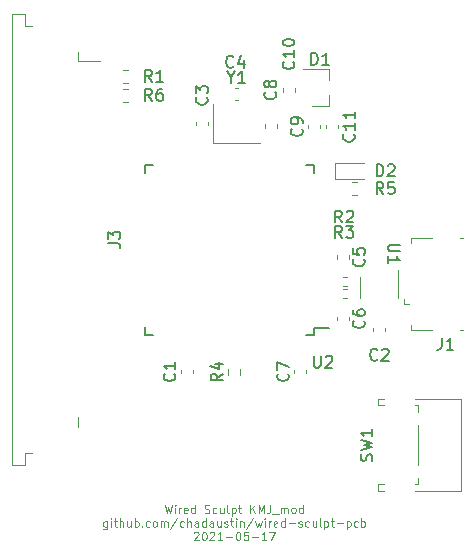
<source format=gto>
G04 #@! TF.GenerationSoftware,KiCad,Pcbnew,(5.1.9)-1*
G04 #@! TF.CreationDate,2021-05-17T03:23:03-07:00*
G04 #@! TF.ProjectId,wired-sculpt,77697265-642d-4736-9375-6c70742e6b69,rev?*
G04 #@! TF.SameCoordinates,Original*
G04 #@! TF.FileFunction,Legend,Top*
G04 #@! TF.FilePolarity,Positive*
%FSLAX46Y46*%
G04 Gerber Fmt 4.6, Leading zero omitted, Abs format (unit mm)*
G04 Created by KiCad (PCBNEW (5.1.9)-1) date 2021-05-17 03:23:03*
%MOMM*%
%LPD*%
G01*
G04 APERTURE LIST*
%ADD10C,0.100000*%
%ADD11C,0.120000*%
%ADD12C,0.150000*%
%ADD13C,2.100000*%
%ADD14C,1.750000*%
%ADD15R,0.900000X0.800000*%
%ADD16C,1.700000*%
%ADD17R,1.400000X1.200000*%
%ADD18R,1.500000X0.550000*%
%ADD19R,0.550000X1.500000*%
%ADD20R,0.650000X1.060000*%
%ADD21R,1.900000X1.500000*%
%ADD22C,1.450000*%
%ADD23R,1.350000X0.400000*%
%ADD24O,1.900000X1.200000*%
%ADD25R,1.900000X1.200000*%
%ADD26R,2.000000X0.610000*%
%ADD27R,3.600000X2.680000*%
%ADD28C,5.800000*%
%ADD29C,2.700000*%
G04 APERTURE END LIST*
D10*
X134733333Y-75966666D02*
X134900000Y-76666666D01*
X135033333Y-76166666D01*
X135166666Y-76666666D01*
X135333333Y-75966666D01*
X135600000Y-76666666D02*
X135600000Y-76200000D01*
X135600000Y-75966666D02*
X135566666Y-76000000D01*
X135600000Y-76033333D01*
X135633333Y-76000000D01*
X135600000Y-75966666D01*
X135600000Y-76033333D01*
X135933333Y-76666666D02*
X135933333Y-76200000D01*
X135933333Y-76333333D02*
X135966666Y-76266666D01*
X136000000Y-76233333D01*
X136066666Y-76200000D01*
X136133333Y-76200000D01*
X136633333Y-76633333D02*
X136566666Y-76666666D01*
X136433333Y-76666666D01*
X136366666Y-76633333D01*
X136333333Y-76566666D01*
X136333333Y-76300000D01*
X136366666Y-76233333D01*
X136433333Y-76200000D01*
X136566666Y-76200000D01*
X136633333Y-76233333D01*
X136666666Y-76300000D01*
X136666666Y-76366666D01*
X136333333Y-76433333D01*
X137266666Y-76666666D02*
X137266666Y-75966666D01*
X137266666Y-76633333D02*
X137200000Y-76666666D01*
X137066666Y-76666666D01*
X137000000Y-76633333D01*
X136966666Y-76600000D01*
X136933333Y-76533333D01*
X136933333Y-76333333D01*
X136966666Y-76266666D01*
X137000000Y-76233333D01*
X137066666Y-76200000D01*
X137200000Y-76200000D01*
X137266666Y-76233333D01*
X138100000Y-76633333D02*
X138200000Y-76666666D01*
X138366666Y-76666666D01*
X138433333Y-76633333D01*
X138466666Y-76600000D01*
X138500000Y-76533333D01*
X138500000Y-76466666D01*
X138466666Y-76400000D01*
X138433333Y-76366666D01*
X138366666Y-76333333D01*
X138233333Y-76300000D01*
X138166666Y-76266666D01*
X138133333Y-76233333D01*
X138100000Y-76166666D01*
X138100000Y-76100000D01*
X138133333Y-76033333D01*
X138166666Y-76000000D01*
X138233333Y-75966666D01*
X138400000Y-75966666D01*
X138500000Y-76000000D01*
X139100000Y-76633333D02*
X139033333Y-76666666D01*
X138900000Y-76666666D01*
X138833333Y-76633333D01*
X138800000Y-76600000D01*
X138766666Y-76533333D01*
X138766666Y-76333333D01*
X138800000Y-76266666D01*
X138833333Y-76233333D01*
X138900000Y-76200000D01*
X139033333Y-76200000D01*
X139100000Y-76233333D01*
X139700000Y-76200000D02*
X139700000Y-76666666D01*
X139400000Y-76200000D02*
X139400000Y-76566666D01*
X139433333Y-76633333D01*
X139500000Y-76666666D01*
X139600000Y-76666666D01*
X139666666Y-76633333D01*
X139700000Y-76600000D01*
X140133333Y-76666666D02*
X140066666Y-76633333D01*
X140033333Y-76566666D01*
X140033333Y-75966666D01*
X140400000Y-76200000D02*
X140400000Y-76900000D01*
X140400000Y-76233333D02*
X140466666Y-76200000D01*
X140600000Y-76200000D01*
X140666666Y-76233333D01*
X140700000Y-76266666D01*
X140733333Y-76333333D01*
X140733333Y-76533333D01*
X140700000Y-76600000D01*
X140666666Y-76633333D01*
X140600000Y-76666666D01*
X140466666Y-76666666D01*
X140400000Y-76633333D01*
X140933333Y-76200000D02*
X141200000Y-76200000D01*
X141033333Y-75966666D02*
X141033333Y-76566666D01*
X141066666Y-76633333D01*
X141133333Y-76666666D01*
X141200000Y-76666666D01*
X141966666Y-76666666D02*
X141966666Y-75966666D01*
X142366666Y-76666666D02*
X142066666Y-76266666D01*
X142366666Y-75966666D02*
X141966666Y-76366666D01*
X142666666Y-76666666D02*
X142666666Y-75966666D01*
X142900000Y-76466666D01*
X143133333Y-75966666D01*
X143133333Y-76666666D01*
X143666666Y-75966666D02*
X143666666Y-76466666D01*
X143633333Y-76566666D01*
X143566666Y-76633333D01*
X143466666Y-76666666D01*
X143400000Y-76666666D01*
X143833333Y-76733333D02*
X144366666Y-76733333D01*
X144533333Y-76666666D02*
X144533333Y-76200000D01*
X144533333Y-76266666D02*
X144566666Y-76233333D01*
X144633333Y-76200000D01*
X144733333Y-76200000D01*
X144800000Y-76233333D01*
X144833333Y-76300000D01*
X144833333Y-76666666D01*
X144833333Y-76300000D02*
X144866666Y-76233333D01*
X144933333Y-76200000D01*
X145033333Y-76200000D01*
X145100000Y-76233333D01*
X145133333Y-76300000D01*
X145133333Y-76666666D01*
X145566666Y-76666666D02*
X145500000Y-76633333D01*
X145466666Y-76600000D01*
X145433333Y-76533333D01*
X145433333Y-76333333D01*
X145466666Y-76266666D01*
X145500000Y-76233333D01*
X145566666Y-76200000D01*
X145666666Y-76200000D01*
X145733333Y-76233333D01*
X145766666Y-76266666D01*
X145800000Y-76333333D01*
X145800000Y-76533333D01*
X145766666Y-76600000D01*
X145733333Y-76633333D01*
X145666666Y-76666666D01*
X145566666Y-76666666D01*
X146400000Y-76666666D02*
X146400000Y-75966666D01*
X146400000Y-76633333D02*
X146333333Y-76666666D01*
X146200000Y-76666666D01*
X146133333Y-76633333D01*
X146100000Y-76600000D01*
X146066666Y-76533333D01*
X146066666Y-76333333D01*
X146100000Y-76266666D01*
X146133333Y-76233333D01*
X146200000Y-76200000D01*
X146333333Y-76200000D01*
X146400000Y-76233333D01*
X129833333Y-77350000D02*
X129833333Y-77916666D01*
X129800000Y-77983333D01*
X129766666Y-78016666D01*
X129700000Y-78050000D01*
X129600000Y-78050000D01*
X129533333Y-78016666D01*
X129833333Y-77783333D02*
X129766666Y-77816666D01*
X129633333Y-77816666D01*
X129566666Y-77783333D01*
X129533333Y-77750000D01*
X129500000Y-77683333D01*
X129500000Y-77483333D01*
X129533333Y-77416666D01*
X129566666Y-77383333D01*
X129633333Y-77350000D01*
X129766666Y-77350000D01*
X129833333Y-77383333D01*
X130166666Y-77816666D02*
X130166666Y-77350000D01*
X130166666Y-77116666D02*
X130133333Y-77150000D01*
X130166666Y-77183333D01*
X130200000Y-77150000D01*
X130166666Y-77116666D01*
X130166666Y-77183333D01*
X130400000Y-77350000D02*
X130666666Y-77350000D01*
X130500000Y-77116666D02*
X130500000Y-77716666D01*
X130533333Y-77783333D01*
X130600000Y-77816666D01*
X130666666Y-77816666D01*
X130900000Y-77816666D02*
X130900000Y-77116666D01*
X131200000Y-77816666D02*
X131200000Y-77450000D01*
X131166666Y-77383333D01*
X131100000Y-77350000D01*
X131000000Y-77350000D01*
X130933333Y-77383333D01*
X130900000Y-77416666D01*
X131833333Y-77350000D02*
X131833333Y-77816666D01*
X131533333Y-77350000D02*
X131533333Y-77716666D01*
X131566666Y-77783333D01*
X131633333Y-77816666D01*
X131733333Y-77816666D01*
X131800000Y-77783333D01*
X131833333Y-77750000D01*
X132166666Y-77816666D02*
X132166666Y-77116666D01*
X132166666Y-77383333D02*
X132233333Y-77350000D01*
X132366666Y-77350000D01*
X132433333Y-77383333D01*
X132466666Y-77416666D01*
X132500000Y-77483333D01*
X132500000Y-77683333D01*
X132466666Y-77750000D01*
X132433333Y-77783333D01*
X132366666Y-77816666D01*
X132233333Y-77816666D01*
X132166666Y-77783333D01*
X132800000Y-77750000D02*
X132833333Y-77783333D01*
X132800000Y-77816666D01*
X132766666Y-77783333D01*
X132800000Y-77750000D01*
X132800000Y-77816666D01*
X133433333Y-77783333D02*
X133366666Y-77816666D01*
X133233333Y-77816666D01*
X133166666Y-77783333D01*
X133133333Y-77750000D01*
X133100000Y-77683333D01*
X133100000Y-77483333D01*
X133133333Y-77416666D01*
X133166666Y-77383333D01*
X133233333Y-77350000D01*
X133366666Y-77350000D01*
X133433333Y-77383333D01*
X133833333Y-77816666D02*
X133766666Y-77783333D01*
X133733333Y-77750000D01*
X133700000Y-77683333D01*
X133700000Y-77483333D01*
X133733333Y-77416666D01*
X133766666Y-77383333D01*
X133833333Y-77350000D01*
X133933333Y-77350000D01*
X134000000Y-77383333D01*
X134033333Y-77416666D01*
X134066666Y-77483333D01*
X134066666Y-77683333D01*
X134033333Y-77750000D01*
X134000000Y-77783333D01*
X133933333Y-77816666D01*
X133833333Y-77816666D01*
X134366666Y-77816666D02*
X134366666Y-77350000D01*
X134366666Y-77416666D02*
X134400000Y-77383333D01*
X134466666Y-77350000D01*
X134566666Y-77350000D01*
X134633333Y-77383333D01*
X134666666Y-77450000D01*
X134666666Y-77816666D01*
X134666666Y-77450000D02*
X134700000Y-77383333D01*
X134766666Y-77350000D01*
X134866666Y-77350000D01*
X134933333Y-77383333D01*
X134966666Y-77450000D01*
X134966666Y-77816666D01*
X135800000Y-77083333D02*
X135200000Y-77983333D01*
X136333333Y-77783333D02*
X136266666Y-77816666D01*
X136133333Y-77816666D01*
X136066666Y-77783333D01*
X136033333Y-77750000D01*
X136000000Y-77683333D01*
X136000000Y-77483333D01*
X136033333Y-77416666D01*
X136066666Y-77383333D01*
X136133333Y-77350000D01*
X136266666Y-77350000D01*
X136333333Y-77383333D01*
X136633333Y-77816666D02*
X136633333Y-77116666D01*
X136933333Y-77816666D02*
X136933333Y-77450000D01*
X136900000Y-77383333D01*
X136833333Y-77350000D01*
X136733333Y-77350000D01*
X136666666Y-77383333D01*
X136633333Y-77416666D01*
X137566666Y-77816666D02*
X137566666Y-77450000D01*
X137533333Y-77383333D01*
X137466666Y-77350000D01*
X137333333Y-77350000D01*
X137266666Y-77383333D01*
X137566666Y-77783333D02*
X137500000Y-77816666D01*
X137333333Y-77816666D01*
X137266666Y-77783333D01*
X137233333Y-77716666D01*
X137233333Y-77650000D01*
X137266666Y-77583333D01*
X137333333Y-77550000D01*
X137500000Y-77550000D01*
X137566666Y-77516666D01*
X138200000Y-77816666D02*
X138200000Y-77116666D01*
X138200000Y-77783333D02*
X138133333Y-77816666D01*
X138000000Y-77816666D01*
X137933333Y-77783333D01*
X137900000Y-77750000D01*
X137866666Y-77683333D01*
X137866666Y-77483333D01*
X137900000Y-77416666D01*
X137933333Y-77383333D01*
X138000000Y-77350000D01*
X138133333Y-77350000D01*
X138200000Y-77383333D01*
X138833333Y-77816666D02*
X138833333Y-77450000D01*
X138800000Y-77383333D01*
X138733333Y-77350000D01*
X138600000Y-77350000D01*
X138533333Y-77383333D01*
X138833333Y-77783333D02*
X138766666Y-77816666D01*
X138600000Y-77816666D01*
X138533333Y-77783333D01*
X138500000Y-77716666D01*
X138500000Y-77650000D01*
X138533333Y-77583333D01*
X138600000Y-77550000D01*
X138766666Y-77550000D01*
X138833333Y-77516666D01*
X139466666Y-77350000D02*
X139466666Y-77816666D01*
X139166666Y-77350000D02*
X139166666Y-77716666D01*
X139200000Y-77783333D01*
X139266666Y-77816666D01*
X139366666Y-77816666D01*
X139433333Y-77783333D01*
X139466666Y-77750000D01*
X139766666Y-77783333D02*
X139833333Y-77816666D01*
X139966666Y-77816666D01*
X140033333Y-77783333D01*
X140066666Y-77716666D01*
X140066666Y-77683333D01*
X140033333Y-77616666D01*
X139966666Y-77583333D01*
X139866666Y-77583333D01*
X139800000Y-77550000D01*
X139766666Y-77483333D01*
X139766666Y-77450000D01*
X139800000Y-77383333D01*
X139866666Y-77350000D01*
X139966666Y-77350000D01*
X140033333Y-77383333D01*
X140266666Y-77350000D02*
X140533333Y-77350000D01*
X140366666Y-77116666D02*
X140366666Y-77716666D01*
X140400000Y-77783333D01*
X140466666Y-77816666D01*
X140533333Y-77816666D01*
X140766666Y-77816666D02*
X140766666Y-77350000D01*
X140766666Y-77116666D02*
X140733333Y-77150000D01*
X140766666Y-77183333D01*
X140800000Y-77150000D01*
X140766666Y-77116666D01*
X140766666Y-77183333D01*
X141100000Y-77350000D02*
X141100000Y-77816666D01*
X141100000Y-77416666D02*
X141133333Y-77383333D01*
X141200000Y-77350000D01*
X141300000Y-77350000D01*
X141366666Y-77383333D01*
X141400000Y-77450000D01*
X141400000Y-77816666D01*
X142233333Y-77083333D02*
X141633333Y-77983333D01*
X142400000Y-77350000D02*
X142533333Y-77816666D01*
X142666666Y-77483333D01*
X142800000Y-77816666D01*
X142933333Y-77350000D01*
X143200000Y-77816666D02*
X143200000Y-77350000D01*
X143200000Y-77116666D02*
X143166666Y-77150000D01*
X143200000Y-77183333D01*
X143233333Y-77150000D01*
X143200000Y-77116666D01*
X143200000Y-77183333D01*
X143533333Y-77816666D02*
X143533333Y-77350000D01*
X143533333Y-77483333D02*
X143566666Y-77416666D01*
X143600000Y-77383333D01*
X143666666Y-77350000D01*
X143733333Y-77350000D01*
X144233333Y-77783333D02*
X144166666Y-77816666D01*
X144033333Y-77816666D01*
X143966666Y-77783333D01*
X143933333Y-77716666D01*
X143933333Y-77450000D01*
X143966666Y-77383333D01*
X144033333Y-77350000D01*
X144166666Y-77350000D01*
X144233333Y-77383333D01*
X144266666Y-77450000D01*
X144266666Y-77516666D01*
X143933333Y-77583333D01*
X144866666Y-77816666D02*
X144866666Y-77116666D01*
X144866666Y-77783333D02*
X144800000Y-77816666D01*
X144666666Y-77816666D01*
X144600000Y-77783333D01*
X144566666Y-77750000D01*
X144533333Y-77683333D01*
X144533333Y-77483333D01*
X144566666Y-77416666D01*
X144600000Y-77383333D01*
X144666666Y-77350000D01*
X144800000Y-77350000D01*
X144866666Y-77383333D01*
X145200000Y-77550000D02*
X145733333Y-77550000D01*
X146033333Y-77783333D02*
X146100000Y-77816666D01*
X146233333Y-77816666D01*
X146300000Y-77783333D01*
X146333333Y-77716666D01*
X146333333Y-77683333D01*
X146300000Y-77616666D01*
X146233333Y-77583333D01*
X146133333Y-77583333D01*
X146066666Y-77550000D01*
X146033333Y-77483333D01*
X146033333Y-77450000D01*
X146066666Y-77383333D01*
X146133333Y-77350000D01*
X146233333Y-77350000D01*
X146300000Y-77383333D01*
X146933333Y-77783333D02*
X146866666Y-77816666D01*
X146733333Y-77816666D01*
X146666666Y-77783333D01*
X146633333Y-77750000D01*
X146600000Y-77683333D01*
X146600000Y-77483333D01*
X146633333Y-77416666D01*
X146666666Y-77383333D01*
X146733333Y-77350000D01*
X146866666Y-77350000D01*
X146933333Y-77383333D01*
X147533333Y-77350000D02*
X147533333Y-77816666D01*
X147233333Y-77350000D02*
X147233333Y-77716666D01*
X147266666Y-77783333D01*
X147333333Y-77816666D01*
X147433333Y-77816666D01*
X147500000Y-77783333D01*
X147533333Y-77750000D01*
X147966666Y-77816666D02*
X147900000Y-77783333D01*
X147866666Y-77716666D01*
X147866666Y-77116666D01*
X148233333Y-77350000D02*
X148233333Y-78050000D01*
X148233333Y-77383333D02*
X148300000Y-77350000D01*
X148433333Y-77350000D01*
X148500000Y-77383333D01*
X148533333Y-77416666D01*
X148566666Y-77483333D01*
X148566666Y-77683333D01*
X148533333Y-77750000D01*
X148500000Y-77783333D01*
X148433333Y-77816666D01*
X148300000Y-77816666D01*
X148233333Y-77783333D01*
X148766666Y-77350000D02*
X149033333Y-77350000D01*
X148866666Y-77116666D02*
X148866666Y-77716666D01*
X148900000Y-77783333D01*
X148966666Y-77816666D01*
X149033333Y-77816666D01*
X149266666Y-77550000D02*
X149800000Y-77550000D01*
X150133333Y-77350000D02*
X150133333Y-78050000D01*
X150133333Y-77383333D02*
X150200000Y-77350000D01*
X150333333Y-77350000D01*
X150400000Y-77383333D01*
X150433333Y-77416666D01*
X150466666Y-77483333D01*
X150466666Y-77683333D01*
X150433333Y-77750000D01*
X150400000Y-77783333D01*
X150333333Y-77816666D01*
X150200000Y-77816666D01*
X150133333Y-77783333D01*
X151066666Y-77783333D02*
X151000000Y-77816666D01*
X150866666Y-77816666D01*
X150800000Y-77783333D01*
X150766666Y-77750000D01*
X150733333Y-77683333D01*
X150733333Y-77483333D01*
X150766666Y-77416666D01*
X150800000Y-77383333D01*
X150866666Y-77350000D01*
X151000000Y-77350000D01*
X151066666Y-77383333D01*
X151366666Y-77816666D02*
X151366666Y-77116666D01*
X151366666Y-77383333D02*
X151433333Y-77350000D01*
X151566666Y-77350000D01*
X151633333Y-77383333D01*
X151666666Y-77416666D01*
X151700000Y-77483333D01*
X151700000Y-77683333D01*
X151666666Y-77750000D01*
X151633333Y-77783333D01*
X151566666Y-77816666D01*
X151433333Y-77816666D01*
X151366666Y-77783333D01*
X137200000Y-78333333D02*
X137233333Y-78300000D01*
X137300000Y-78266666D01*
X137466666Y-78266666D01*
X137533333Y-78300000D01*
X137566666Y-78333333D01*
X137600000Y-78400000D01*
X137600000Y-78466666D01*
X137566666Y-78566666D01*
X137166666Y-78966666D01*
X137600000Y-78966666D01*
X138033333Y-78266666D02*
X138100000Y-78266666D01*
X138166666Y-78300000D01*
X138200000Y-78333333D01*
X138233333Y-78400000D01*
X138266666Y-78533333D01*
X138266666Y-78700000D01*
X138233333Y-78833333D01*
X138200000Y-78900000D01*
X138166666Y-78933333D01*
X138100000Y-78966666D01*
X138033333Y-78966666D01*
X137966666Y-78933333D01*
X137933333Y-78900000D01*
X137900000Y-78833333D01*
X137866666Y-78700000D01*
X137866666Y-78533333D01*
X137900000Y-78400000D01*
X137933333Y-78333333D01*
X137966666Y-78300000D01*
X138033333Y-78266666D01*
X138533333Y-78333333D02*
X138566666Y-78300000D01*
X138633333Y-78266666D01*
X138800000Y-78266666D01*
X138866666Y-78300000D01*
X138900000Y-78333333D01*
X138933333Y-78400000D01*
X138933333Y-78466666D01*
X138900000Y-78566666D01*
X138500000Y-78966666D01*
X138933333Y-78966666D01*
X139600000Y-78966666D02*
X139200000Y-78966666D01*
X139400000Y-78966666D02*
X139400000Y-78266666D01*
X139333333Y-78366666D01*
X139266666Y-78433333D01*
X139200000Y-78466666D01*
X139900000Y-78700000D02*
X140433333Y-78700000D01*
X140900000Y-78266666D02*
X140966666Y-78266666D01*
X141033333Y-78300000D01*
X141066666Y-78333333D01*
X141100000Y-78400000D01*
X141133333Y-78533333D01*
X141133333Y-78700000D01*
X141100000Y-78833333D01*
X141066666Y-78900000D01*
X141033333Y-78933333D01*
X140966666Y-78966666D01*
X140900000Y-78966666D01*
X140833333Y-78933333D01*
X140800000Y-78900000D01*
X140766666Y-78833333D01*
X140733333Y-78700000D01*
X140733333Y-78533333D01*
X140766666Y-78400000D01*
X140800000Y-78333333D01*
X140833333Y-78300000D01*
X140900000Y-78266666D01*
X141766666Y-78266666D02*
X141433333Y-78266666D01*
X141400000Y-78600000D01*
X141433333Y-78566666D01*
X141500000Y-78533333D01*
X141666666Y-78533333D01*
X141733333Y-78566666D01*
X141766666Y-78600000D01*
X141800000Y-78666666D01*
X141800000Y-78833333D01*
X141766666Y-78900000D01*
X141733333Y-78933333D01*
X141666666Y-78966666D01*
X141500000Y-78966666D01*
X141433333Y-78933333D01*
X141400000Y-78900000D01*
X142100000Y-78700000D02*
X142633333Y-78700000D01*
X143333333Y-78966666D02*
X142933333Y-78966666D01*
X143133333Y-78966666D02*
X143133333Y-78266666D01*
X143066666Y-78366666D01*
X143000000Y-78433333D01*
X142933333Y-78466666D01*
X143566666Y-78266666D02*
X144033333Y-78266666D01*
X143733333Y-78966666D01*
D11*
G04 #@! TO.C,SW1*
X156130000Y-67560000D02*
X155900000Y-67560000D01*
X159800000Y-67040000D02*
X159800000Y-74760000D01*
X159800000Y-74760000D02*
X155900000Y-74760000D01*
X152790000Y-67040000D02*
X152790000Y-67560000D01*
X159800000Y-67040000D02*
X155900000Y-67040000D01*
X156130000Y-74240000D02*
X155900000Y-74240000D01*
X153300000Y-67560000D02*
X152790000Y-67560000D01*
X153300000Y-67040000D02*
X152790000Y-67040000D01*
X156130000Y-73700000D02*
X156130000Y-74240000D01*
X153300000Y-74240000D02*
X152790000Y-74240000D01*
X152790000Y-74240000D02*
X152790000Y-74760000D01*
X153300000Y-74760000D02*
X152790000Y-74760000D01*
X156130000Y-67560000D02*
X156130000Y-68100000D01*
X156130000Y-69200000D02*
X156130000Y-72600000D01*
G04 #@! TO.C,D1*
X148610000Y-42230000D02*
X147150000Y-42230000D01*
X148610000Y-39070000D02*
X146450000Y-39070000D01*
X148610000Y-39070000D02*
X148610000Y-40000000D01*
X148610000Y-42230000D02*
X148610000Y-41300000D01*
G04 #@! TO.C,Y1*
X138800000Y-42050000D02*
X138800000Y-45350000D01*
X138800000Y-45350000D02*
X142800000Y-45350000D01*
G04 #@! TO.C,R6*
X131162742Y-40777500D02*
X131637258Y-40777500D01*
X131162742Y-41822500D02*
X131637258Y-41822500D01*
G04 #@! TO.C,R5*
X151037258Y-49722500D02*
X150562742Y-49722500D01*
X151037258Y-48677500D02*
X150562742Y-48677500D01*
G04 #@! TO.C,R3*
X149846359Y-57720000D02*
X150153641Y-57720000D01*
X149846359Y-58480000D02*
X150153641Y-58480000D01*
G04 #@! TO.C,R2*
X149846359Y-56720000D02*
X150153641Y-56720000D01*
X149846359Y-57480000D02*
X150153641Y-57480000D01*
G04 #@! TO.C,R1*
X131162742Y-39177500D02*
X131637258Y-39177500D01*
X131162742Y-40222500D02*
X131637258Y-40222500D01*
G04 #@! TO.C,C11*
X149360000Y-43809420D02*
X149360000Y-44090580D01*
X148340000Y-43809420D02*
X148340000Y-44090580D01*
G04 #@! TO.C,C1*
X137110000Y-64840580D02*
X137110000Y-64559420D01*
X136090000Y-64840580D02*
X136090000Y-64559420D01*
D12*
G04 #@! TO.C,U2*
X147375000Y-61575000D02*
X147375000Y-61000000D01*
X133025000Y-61575000D02*
X133025000Y-60900000D01*
X133025000Y-47225000D02*
X133025000Y-47900000D01*
X147375000Y-47225000D02*
X147375000Y-47900000D01*
X147375000Y-61575000D02*
X146700000Y-61575000D01*
X147375000Y-47225000D02*
X146700000Y-47225000D01*
X133025000Y-47225000D02*
X133700000Y-47225000D01*
X133025000Y-61575000D02*
X133700000Y-61575000D01*
X147375000Y-61000000D02*
X148650000Y-61000000D01*
D11*
G04 #@! TO.C,U1*
X151290000Y-56700000D02*
X151290000Y-58500000D01*
X154510000Y-58500000D02*
X154510000Y-56050000D01*
G04 #@! TO.C,R4*
X141122500Y-64937258D02*
X141122500Y-64462742D01*
X140077500Y-64937258D02*
X140077500Y-64462742D01*
G04 #@! TO.C,J1*
X155537500Y-61175000D02*
X155537500Y-60725000D01*
X157387500Y-61175000D02*
X155537500Y-61175000D01*
X159937500Y-53375000D02*
X159687500Y-53375000D01*
X159937500Y-61175000D02*
X159687500Y-61175000D01*
X157387500Y-53375000D02*
X155537500Y-53375000D01*
X155537500Y-53375000D02*
X155537500Y-53825000D01*
X154987500Y-58975000D02*
X154987500Y-58525000D01*
X154987500Y-58975000D02*
X155437500Y-58975000D01*
G04 #@! TO.C,D2*
X149115000Y-48385000D02*
X151600000Y-48385000D01*
X149115000Y-47015000D02*
X149115000Y-48385000D01*
X151600000Y-47015000D02*
X149115000Y-47015000D01*
G04 #@! TO.C,C3*
X138410000Y-43840580D02*
X138410000Y-43559420D01*
X137390000Y-43840580D02*
X137390000Y-43559420D01*
G04 #@! TO.C,C10*
X145760000Y-40990580D02*
X145760000Y-40709420D01*
X144740000Y-40990580D02*
X144740000Y-40709420D01*
G04 #@! TO.C,C9*
X146840000Y-43809420D02*
X146840000Y-44090580D01*
X147860000Y-43809420D02*
X147860000Y-44090580D01*
G04 #@! TO.C,C8*
X143190000Y-43759420D02*
X143190000Y-44040580D01*
X144210000Y-43759420D02*
X144210000Y-44040580D01*
G04 #@! TO.C,C7*
X146710000Y-64840580D02*
X146710000Y-64559420D01*
X145690000Y-64840580D02*
X145690000Y-64559420D01*
G04 #@! TO.C,C6*
X150310000Y-60340580D02*
X150310000Y-60059420D01*
X149290000Y-60340580D02*
X149290000Y-60059420D01*
G04 #@! TO.C,C5*
X150310000Y-55140580D02*
X150310000Y-54859420D01*
X149290000Y-55140580D02*
X149290000Y-54859420D01*
G04 #@! TO.C,C4*
X140940580Y-40690000D02*
X140659420Y-40690000D01*
X140940580Y-41710000D02*
X140659420Y-41710000D01*
G04 #@! TO.C,C2*
X153410000Y-61240580D02*
X153410000Y-60959420D01*
X152390000Y-61240580D02*
X152390000Y-60959420D01*
G04 #@! TO.C,J3*
X127410000Y-68565000D02*
X127410000Y-69390000D01*
X127410000Y-38435000D02*
X129210000Y-38435000D01*
X127410000Y-37610000D02*
X127410000Y-38435000D01*
X122900000Y-35455000D02*
X123440000Y-35455000D01*
X122900000Y-34430000D02*
X122900000Y-35455000D01*
X121790000Y-34430000D02*
X122900000Y-34430000D01*
X121790000Y-72570000D02*
X121790000Y-34430000D01*
X122900000Y-72570000D02*
X121790000Y-72570000D01*
X122900000Y-71545000D02*
X122900000Y-72570000D01*
X123440000Y-71545000D02*
X122900000Y-71545000D01*
G04 #@! TO.C,SW1*
D12*
X152254761Y-72233333D02*
X152302380Y-72090476D01*
X152302380Y-71852380D01*
X152254761Y-71757142D01*
X152207142Y-71709523D01*
X152111904Y-71661904D01*
X152016666Y-71661904D01*
X151921428Y-71709523D01*
X151873809Y-71757142D01*
X151826190Y-71852380D01*
X151778571Y-72042857D01*
X151730952Y-72138095D01*
X151683333Y-72185714D01*
X151588095Y-72233333D01*
X151492857Y-72233333D01*
X151397619Y-72185714D01*
X151350000Y-72138095D01*
X151302380Y-72042857D01*
X151302380Y-71804761D01*
X151350000Y-71661904D01*
X151302380Y-71328571D02*
X152302380Y-71090476D01*
X151588095Y-70900000D01*
X152302380Y-70709523D01*
X151302380Y-70471428D01*
X152302380Y-69566666D02*
X152302380Y-70138095D01*
X152302380Y-69852380D02*
X151302380Y-69852380D01*
X151445238Y-69947619D01*
X151540476Y-70042857D01*
X151588095Y-70138095D01*
G04 #@! TO.C,D1*
X147111904Y-38702380D02*
X147111904Y-37702380D01*
X147350000Y-37702380D01*
X147492857Y-37750000D01*
X147588095Y-37845238D01*
X147635714Y-37940476D01*
X147683333Y-38130952D01*
X147683333Y-38273809D01*
X147635714Y-38464285D01*
X147588095Y-38559523D01*
X147492857Y-38654761D01*
X147350000Y-38702380D01*
X147111904Y-38702380D01*
X148635714Y-38702380D02*
X148064285Y-38702380D01*
X148350000Y-38702380D02*
X148350000Y-37702380D01*
X148254761Y-37845238D01*
X148159523Y-37940476D01*
X148064285Y-37988095D01*
G04 #@! TO.C,Y1*
X140323809Y-39776190D02*
X140323809Y-40252380D01*
X139990476Y-39252380D02*
X140323809Y-39776190D01*
X140657142Y-39252380D01*
X141514285Y-40252380D02*
X140942857Y-40252380D01*
X141228571Y-40252380D02*
X141228571Y-39252380D01*
X141133333Y-39395238D01*
X141038095Y-39490476D01*
X140942857Y-39538095D01*
G04 #@! TO.C,R6*
X133633333Y-41752380D02*
X133300000Y-41276190D01*
X133061904Y-41752380D02*
X133061904Y-40752380D01*
X133442857Y-40752380D01*
X133538095Y-40800000D01*
X133585714Y-40847619D01*
X133633333Y-40942857D01*
X133633333Y-41085714D01*
X133585714Y-41180952D01*
X133538095Y-41228571D01*
X133442857Y-41276190D01*
X133061904Y-41276190D01*
X134490476Y-40752380D02*
X134300000Y-40752380D01*
X134204761Y-40800000D01*
X134157142Y-40847619D01*
X134061904Y-40990476D01*
X134014285Y-41180952D01*
X134014285Y-41561904D01*
X134061904Y-41657142D01*
X134109523Y-41704761D01*
X134204761Y-41752380D01*
X134395238Y-41752380D01*
X134490476Y-41704761D01*
X134538095Y-41657142D01*
X134585714Y-41561904D01*
X134585714Y-41323809D01*
X134538095Y-41228571D01*
X134490476Y-41180952D01*
X134395238Y-41133333D01*
X134204761Y-41133333D01*
X134109523Y-41180952D01*
X134061904Y-41228571D01*
X134014285Y-41323809D01*
G04 #@! TO.C,R5*
X153233333Y-49652380D02*
X152900000Y-49176190D01*
X152661904Y-49652380D02*
X152661904Y-48652380D01*
X153042857Y-48652380D01*
X153138095Y-48700000D01*
X153185714Y-48747619D01*
X153233333Y-48842857D01*
X153233333Y-48985714D01*
X153185714Y-49080952D01*
X153138095Y-49128571D01*
X153042857Y-49176190D01*
X152661904Y-49176190D01*
X154138095Y-48652380D02*
X153661904Y-48652380D01*
X153614285Y-49128571D01*
X153661904Y-49080952D01*
X153757142Y-49033333D01*
X153995238Y-49033333D01*
X154090476Y-49080952D01*
X154138095Y-49128571D01*
X154185714Y-49223809D01*
X154185714Y-49461904D01*
X154138095Y-49557142D01*
X154090476Y-49604761D01*
X153995238Y-49652380D01*
X153757142Y-49652380D01*
X153661904Y-49604761D01*
X153614285Y-49557142D01*
G04 #@! TO.C,R3*
X149733333Y-53352380D02*
X149400000Y-52876190D01*
X149161904Y-53352380D02*
X149161904Y-52352380D01*
X149542857Y-52352380D01*
X149638095Y-52400000D01*
X149685714Y-52447619D01*
X149733333Y-52542857D01*
X149733333Y-52685714D01*
X149685714Y-52780952D01*
X149638095Y-52828571D01*
X149542857Y-52876190D01*
X149161904Y-52876190D01*
X150066666Y-52352380D02*
X150685714Y-52352380D01*
X150352380Y-52733333D01*
X150495238Y-52733333D01*
X150590476Y-52780952D01*
X150638095Y-52828571D01*
X150685714Y-52923809D01*
X150685714Y-53161904D01*
X150638095Y-53257142D01*
X150590476Y-53304761D01*
X150495238Y-53352380D01*
X150209523Y-53352380D01*
X150114285Y-53304761D01*
X150066666Y-53257142D01*
G04 #@! TO.C,R2*
X149733333Y-52052380D02*
X149400000Y-51576190D01*
X149161904Y-52052380D02*
X149161904Y-51052380D01*
X149542857Y-51052380D01*
X149638095Y-51100000D01*
X149685714Y-51147619D01*
X149733333Y-51242857D01*
X149733333Y-51385714D01*
X149685714Y-51480952D01*
X149638095Y-51528571D01*
X149542857Y-51576190D01*
X149161904Y-51576190D01*
X150114285Y-51147619D02*
X150161904Y-51100000D01*
X150257142Y-51052380D01*
X150495238Y-51052380D01*
X150590476Y-51100000D01*
X150638095Y-51147619D01*
X150685714Y-51242857D01*
X150685714Y-51338095D01*
X150638095Y-51480952D01*
X150066666Y-52052380D01*
X150685714Y-52052380D01*
G04 #@! TO.C,R1*
X133633333Y-40152380D02*
X133300000Y-39676190D01*
X133061904Y-40152380D02*
X133061904Y-39152380D01*
X133442857Y-39152380D01*
X133538095Y-39200000D01*
X133585714Y-39247619D01*
X133633333Y-39342857D01*
X133633333Y-39485714D01*
X133585714Y-39580952D01*
X133538095Y-39628571D01*
X133442857Y-39676190D01*
X133061904Y-39676190D01*
X134585714Y-40152380D02*
X134014285Y-40152380D01*
X134300000Y-40152380D02*
X134300000Y-39152380D01*
X134204761Y-39295238D01*
X134109523Y-39390476D01*
X134014285Y-39438095D01*
G04 #@! TO.C,C11*
X150707142Y-44592857D02*
X150754761Y-44640476D01*
X150802380Y-44783333D01*
X150802380Y-44878571D01*
X150754761Y-45021428D01*
X150659523Y-45116666D01*
X150564285Y-45164285D01*
X150373809Y-45211904D01*
X150230952Y-45211904D01*
X150040476Y-45164285D01*
X149945238Y-45116666D01*
X149850000Y-45021428D01*
X149802380Y-44878571D01*
X149802380Y-44783333D01*
X149850000Y-44640476D01*
X149897619Y-44592857D01*
X150802380Y-43640476D02*
X150802380Y-44211904D01*
X150802380Y-43926190D02*
X149802380Y-43926190D01*
X149945238Y-44021428D01*
X150040476Y-44116666D01*
X150088095Y-44211904D01*
X150802380Y-42688095D02*
X150802380Y-43259523D01*
X150802380Y-42973809D02*
X149802380Y-42973809D01*
X149945238Y-43069047D01*
X150040476Y-43164285D01*
X150088095Y-43259523D01*
G04 #@! TO.C,C1*
X135527142Y-64866666D02*
X135574761Y-64914285D01*
X135622380Y-65057142D01*
X135622380Y-65152380D01*
X135574761Y-65295238D01*
X135479523Y-65390476D01*
X135384285Y-65438095D01*
X135193809Y-65485714D01*
X135050952Y-65485714D01*
X134860476Y-65438095D01*
X134765238Y-65390476D01*
X134670000Y-65295238D01*
X134622380Y-65152380D01*
X134622380Y-65057142D01*
X134670000Y-64914285D01*
X134717619Y-64866666D01*
X135622380Y-63914285D02*
X135622380Y-64485714D01*
X135622380Y-64200000D02*
X134622380Y-64200000D01*
X134765238Y-64295238D01*
X134860476Y-64390476D01*
X134908095Y-64485714D01*
G04 #@! TO.C,U2*
X147338095Y-63352380D02*
X147338095Y-64161904D01*
X147385714Y-64257142D01*
X147433333Y-64304761D01*
X147528571Y-64352380D01*
X147719047Y-64352380D01*
X147814285Y-64304761D01*
X147861904Y-64257142D01*
X147909523Y-64161904D01*
X147909523Y-63352380D01*
X148338095Y-63447619D02*
X148385714Y-63400000D01*
X148480952Y-63352380D01*
X148719047Y-63352380D01*
X148814285Y-63400000D01*
X148861904Y-63447619D01*
X148909523Y-63542857D01*
X148909523Y-63638095D01*
X148861904Y-63780952D01*
X148290476Y-64352380D01*
X148909523Y-64352380D01*
G04 #@! TO.C,U1*
X154647619Y-53938095D02*
X153838095Y-53938095D01*
X153742857Y-53985714D01*
X153695238Y-54033333D01*
X153647619Y-54128571D01*
X153647619Y-54319047D01*
X153695238Y-54414285D01*
X153742857Y-54461904D01*
X153838095Y-54509523D01*
X154647619Y-54509523D01*
X153647619Y-55509523D02*
X153647619Y-54938095D01*
X153647619Y-55223809D02*
X154647619Y-55223809D01*
X154504761Y-55128571D01*
X154409523Y-55033333D01*
X154361904Y-54938095D01*
G04 #@! TO.C,R4*
X139622380Y-64866666D02*
X139146190Y-65200000D01*
X139622380Y-65438095D02*
X138622380Y-65438095D01*
X138622380Y-65057142D01*
X138670000Y-64961904D01*
X138717619Y-64914285D01*
X138812857Y-64866666D01*
X138955714Y-64866666D01*
X139050952Y-64914285D01*
X139098571Y-64961904D01*
X139146190Y-65057142D01*
X139146190Y-65438095D01*
X138955714Y-64009523D02*
X139622380Y-64009523D01*
X138574761Y-64247619D02*
X139289047Y-64485714D01*
X139289047Y-63866666D01*
G04 #@! TO.C,J1*
X158166666Y-61847380D02*
X158166666Y-62561666D01*
X158119047Y-62704523D01*
X158023809Y-62799761D01*
X157880952Y-62847380D01*
X157785714Y-62847380D01*
X159166666Y-62847380D02*
X158595238Y-62847380D01*
X158880952Y-62847380D02*
X158880952Y-61847380D01*
X158785714Y-61990238D01*
X158690476Y-62085476D01*
X158595238Y-62133095D01*
G04 #@! TO.C,D2*
X152661904Y-48152380D02*
X152661904Y-47152380D01*
X152900000Y-47152380D01*
X153042857Y-47200000D01*
X153138095Y-47295238D01*
X153185714Y-47390476D01*
X153233333Y-47580952D01*
X153233333Y-47723809D01*
X153185714Y-47914285D01*
X153138095Y-48009523D01*
X153042857Y-48104761D01*
X152900000Y-48152380D01*
X152661904Y-48152380D01*
X153614285Y-47247619D02*
X153661904Y-47200000D01*
X153757142Y-47152380D01*
X153995238Y-47152380D01*
X154090476Y-47200000D01*
X154138095Y-47247619D01*
X154185714Y-47342857D01*
X154185714Y-47438095D01*
X154138095Y-47580952D01*
X153566666Y-48152380D01*
X154185714Y-48152380D01*
G04 #@! TO.C,C3*
X138257142Y-41466666D02*
X138304761Y-41514285D01*
X138352380Y-41657142D01*
X138352380Y-41752380D01*
X138304761Y-41895238D01*
X138209523Y-41990476D01*
X138114285Y-42038095D01*
X137923809Y-42085714D01*
X137780952Y-42085714D01*
X137590476Y-42038095D01*
X137495238Y-41990476D01*
X137400000Y-41895238D01*
X137352380Y-41752380D01*
X137352380Y-41657142D01*
X137400000Y-41514285D01*
X137447619Y-41466666D01*
X137352380Y-41133333D02*
X137352380Y-40514285D01*
X137733333Y-40847619D01*
X137733333Y-40704761D01*
X137780952Y-40609523D01*
X137828571Y-40561904D01*
X137923809Y-40514285D01*
X138161904Y-40514285D01*
X138257142Y-40561904D01*
X138304761Y-40609523D01*
X138352380Y-40704761D01*
X138352380Y-40990476D01*
X138304761Y-41085714D01*
X138257142Y-41133333D01*
G04 #@! TO.C,C10*
X145607142Y-38442857D02*
X145654761Y-38490476D01*
X145702380Y-38633333D01*
X145702380Y-38728571D01*
X145654761Y-38871428D01*
X145559523Y-38966666D01*
X145464285Y-39014285D01*
X145273809Y-39061904D01*
X145130952Y-39061904D01*
X144940476Y-39014285D01*
X144845238Y-38966666D01*
X144750000Y-38871428D01*
X144702380Y-38728571D01*
X144702380Y-38633333D01*
X144750000Y-38490476D01*
X144797619Y-38442857D01*
X145702380Y-37490476D02*
X145702380Y-38061904D01*
X145702380Y-37776190D02*
X144702380Y-37776190D01*
X144845238Y-37871428D01*
X144940476Y-37966666D01*
X144988095Y-38061904D01*
X144702380Y-36871428D02*
X144702380Y-36776190D01*
X144750000Y-36680952D01*
X144797619Y-36633333D01*
X144892857Y-36585714D01*
X145083333Y-36538095D01*
X145321428Y-36538095D01*
X145511904Y-36585714D01*
X145607142Y-36633333D01*
X145654761Y-36680952D01*
X145702380Y-36776190D01*
X145702380Y-36871428D01*
X145654761Y-36966666D01*
X145607142Y-37014285D01*
X145511904Y-37061904D01*
X145321428Y-37109523D01*
X145083333Y-37109523D01*
X144892857Y-37061904D01*
X144797619Y-37014285D01*
X144750000Y-36966666D01*
X144702380Y-36871428D01*
G04 #@! TO.C,C9*
X146307142Y-44116666D02*
X146354761Y-44164285D01*
X146402380Y-44307142D01*
X146402380Y-44402380D01*
X146354761Y-44545238D01*
X146259523Y-44640476D01*
X146164285Y-44688095D01*
X145973809Y-44735714D01*
X145830952Y-44735714D01*
X145640476Y-44688095D01*
X145545238Y-44640476D01*
X145450000Y-44545238D01*
X145402380Y-44402380D01*
X145402380Y-44307142D01*
X145450000Y-44164285D01*
X145497619Y-44116666D01*
X146402380Y-43640476D02*
X146402380Y-43450000D01*
X146354761Y-43354761D01*
X146307142Y-43307142D01*
X146164285Y-43211904D01*
X145973809Y-43164285D01*
X145592857Y-43164285D01*
X145497619Y-43211904D01*
X145450000Y-43259523D01*
X145402380Y-43354761D01*
X145402380Y-43545238D01*
X145450000Y-43640476D01*
X145497619Y-43688095D01*
X145592857Y-43735714D01*
X145830952Y-43735714D01*
X145926190Y-43688095D01*
X145973809Y-43640476D01*
X146021428Y-43545238D01*
X146021428Y-43354761D01*
X145973809Y-43259523D01*
X145926190Y-43211904D01*
X145830952Y-43164285D01*
G04 #@! TO.C,C8*
X144057142Y-41016666D02*
X144104761Y-41064285D01*
X144152380Y-41207142D01*
X144152380Y-41302380D01*
X144104761Y-41445238D01*
X144009523Y-41540476D01*
X143914285Y-41588095D01*
X143723809Y-41635714D01*
X143580952Y-41635714D01*
X143390476Y-41588095D01*
X143295238Y-41540476D01*
X143200000Y-41445238D01*
X143152380Y-41302380D01*
X143152380Y-41207142D01*
X143200000Y-41064285D01*
X143247619Y-41016666D01*
X143580952Y-40445238D02*
X143533333Y-40540476D01*
X143485714Y-40588095D01*
X143390476Y-40635714D01*
X143342857Y-40635714D01*
X143247619Y-40588095D01*
X143200000Y-40540476D01*
X143152380Y-40445238D01*
X143152380Y-40254761D01*
X143200000Y-40159523D01*
X143247619Y-40111904D01*
X143342857Y-40064285D01*
X143390476Y-40064285D01*
X143485714Y-40111904D01*
X143533333Y-40159523D01*
X143580952Y-40254761D01*
X143580952Y-40445238D01*
X143628571Y-40540476D01*
X143676190Y-40588095D01*
X143771428Y-40635714D01*
X143961904Y-40635714D01*
X144057142Y-40588095D01*
X144104761Y-40540476D01*
X144152380Y-40445238D01*
X144152380Y-40254761D01*
X144104761Y-40159523D01*
X144057142Y-40111904D01*
X143961904Y-40064285D01*
X143771428Y-40064285D01*
X143676190Y-40111904D01*
X143628571Y-40159523D01*
X143580952Y-40254761D01*
G04 #@! TO.C,C7*
X145127142Y-64866666D02*
X145174761Y-64914285D01*
X145222380Y-65057142D01*
X145222380Y-65152380D01*
X145174761Y-65295238D01*
X145079523Y-65390476D01*
X144984285Y-65438095D01*
X144793809Y-65485714D01*
X144650952Y-65485714D01*
X144460476Y-65438095D01*
X144365238Y-65390476D01*
X144270000Y-65295238D01*
X144222380Y-65152380D01*
X144222380Y-65057142D01*
X144270000Y-64914285D01*
X144317619Y-64866666D01*
X144222380Y-64533333D02*
X144222380Y-63866666D01*
X145222380Y-64295238D01*
G04 #@! TO.C,C6*
X151557142Y-60366666D02*
X151604761Y-60414285D01*
X151652380Y-60557142D01*
X151652380Y-60652380D01*
X151604761Y-60795238D01*
X151509523Y-60890476D01*
X151414285Y-60938095D01*
X151223809Y-60985714D01*
X151080952Y-60985714D01*
X150890476Y-60938095D01*
X150795238Y-60890476D01*
X150700000Y-60795238D01*
X150652380Y-60652380D01*
X150652380Y-60557142D01*
X150700000Y-60414285D01*
X150747619Y-60366666D01*
X150652380Y-59509523D02*
X150652380Y-59700000D01*
X150700000Y-59795238D01*
X150747619Y-59842857D01*
X150890476Y-59938095D01*
X151080952Y-59985714D01*
X151461904Y-59985714D01*
X151557142Y-59938095D01*
X151604761Y-59890476D01*
X151652380Y-59795238D01*
X151652380Y-59604761D01*
X151604761Y-59509523D01*
X151557142Y-59461904D01*
X151461904Y-59414285D01*
X151223809Y-59414285D01*
X151128571Y-59461904D01*
X151080952Y-59509523D01*
X151033333Y-59604761D01*
X151033333Y-59795238D01*
X151080952Y-59890476D01*
X151128571Y-59938095D01*
X151223809Y-59985714D01*
G04 #@! TO.C,C5*
X151557142Y-55166666D02*
X151604761Y-55214285D01*
X151652380Y-55357142D01*
X151652380Y-55452380D01*
X151604761Y-55595238D01*
X151509523Y-55690476D01*
X151414285Y-55738095D01*
X151223809Y-55785714D01*
X151080952Y-55785714D01*
X150890476Y-55738095D01*
X150795238Y-55690476D01*
X150700000Y-55595238D01*
X150652380Y-55452380D01*
X150652380Y-55357142D01*
X150700000Y-55214285D01*
X150747619Y-55166666D01*
X150652380Y-54261904D02*
X150652380Y-54738095D01*
X151128571Y-54785714D01*
X151080952Y-54738095D01*
X151033333Y-54642857D01*
X151033333Y-54404761D01*
X151080952Y-54309523D01*
X151128571Y-54261904D01*
X151223809Y-54214285D01*
X151461904Y-54214285D01*
X151557142Y-54261904D01*
X151604761Y-54309523D01*
X151652380Y-54404761D01*
X151652380Y-54642857D01*
X151604761Y-54738095D01*
X151557142Y-54785714D01*
G04 #@! TO.C,C4*
X140533333Y-38857142D02*
X140485714Y-38904761D01*
X140342857Y-38952380D01*
X140247619Y-38952380D01*
X140104761Y-38904761D01*
X140009523Y-38809523D01*
X139961904Y-38714285D01*
X139914285Y-38523809D01*
X139914285Y-38380952D01*
X139961904Y-38190476D01*
X140009523Y-38095238D01*
X140104761Y-38000000D01*
X140247619Y-37952380D01*
X140342857Y-37952380D01*
X140485714Y-38000000D01*
X140533333Y-38047619D01*
X141390476Y-38285714D02*
X141390476Y-38952380D01*
X141152380Y-37904761D02*
X140914285Y-38619047D01*
X141533333Y-38619047D01*
G04 #@! TO.C,C2*
X152733333Y-63657142D02*
X152685714Y-63704761D01*
X152542857Y-63752380D01*
X152447619Y-63752380D01*
X152304761Y-63704761D01*
X152209523Y-63609523D01*
X152161904Y-63514285D01*
X152114285Y-63323809D01*
X152114285Y-63180952D01*
X152161904Y-62990476D01*
X152209523Y-62895238D01*
X152304761Y-62800000D01*
X152447619Y-62752380D01*
X152542857Y-62752380D01*
X152685714Y-62800000D01*
X152733333Y-62847619D01*
X153114285Y-62847619D02*
X153161904Y-62800000D01*
X153257142Y-62752380D01*
X153495238Y-62752380D01*
X153590476Y-62800000D01*
X153638095Y-62847619D01*
X153685714Y-62942857D01*
X153685714Y-63038095D01*
X153638095Y-63180952D01*
X153066666Y-63752380D01*
X153685714Y-63752380D01*
G04 #@! TO.C,J3*
X129952380Y-53833333D02*
X130666666Y-53833333D01*
X130809523Y-53880952D01*
X130904761Y-53976190D01*
X130952380Y-54119047D01*
X130952380Y-54214285D01*
X129952380Y-53452380D02*
X129952380Y-52833333D01*
X130333333Y-53166666D01*
X130333333Y-53023809D01*
X130380952Y-52928571D01*
X130428571Y-52880952D01*
X130523809Y-52833333D01*
X130761904Y-52833333D01*
X130857142Y-52880952D01*
X130904761Y-52928571D01*
X130952380Y-53023809D01*
X130952380Y-53309523D01*
X130904761Y-53404761D01*
X130857142Y-53452380D01*
G04 #@! TD*
%LPC*%
D13*
G04 #@! TO.C,SW1*
X154600000Y-67400000D03*
D14*
X157100000Y-68400000D03*
X157100000Y-73400000D03*
D13*
X154600000Y-74400000D03*
G04 #@! TD*
D15*
G04 #@! TO.C,D1*
X148850000Y-40650000D03*
X146850000Y-41600000D03*
X146850000Y-39700000D03*
G04 #@! TD*
D16*
G04 #@! TO.C,J2*
X156240000Y-39720000D03*
X156240000Y-42260000D03*
X156240000Y-44800000D03*
X153700000Y-39720000D03*
X153700000Y-42260000D03*
G36*
G01*
X152850000Y-45400000D02*
X152850000Y-44200000D01*
G75*
G02*
X153100000Y-43950000I250000J0D01*
G01*
X154300000Y-43950000D01*
G75*
G02*
X154550000Y-44200000I0J-250000D01*
G01*
X154550000Y-45400000D01*
G75*
G02*
X154300000Y-45650000I-250000J0D01*
G01*
X153100000Y-45650000D01*
G75*
G02*
X152850000Y-45400000I0J250000D01*
G01*
G37*
G04 #@! TD*
D17*
G04 #@! TO.C,Y1*
X139700000Y-42850000D03*
X141900000Y-42850000D03*
X141900000Y-44550000D03*
X139700000Y-44550000D03*
G04 #@! TD*
G04 #@! TO.C,R6*
G36*
G01*
X131825000Y-41575000D02*
X131825000Y-41025000D01*
G75*
G02*
X132025000Y-40825000I200000J0D01*
G01*
X132425000Y-40825000D01*
G75*
G02*
X132625000Y-41025000I0J-200000D01*
G01*
X132625000Y-41575000D01*
G75*
G02*
X132425000Y-41775000I-200000J0D01*
G01*
X132025000Y-41775000D01*
G75*
G02*
X131825000Y-41575000I0J200000D01*
G01*
G37*
G36*
G01*
X130175000Y-41575000D02*
X130175000Y-41025000D01*
G75*
G02*
X130375000Y-40825000I200000J0D01*
G01*
X130775000Y-40825000D01*
G75*
G02*
X130975000Y-41025000I0J-200000D01*
G01*
X130975000Y-41575000D01*
G75*
G02*
X130775000Y-41775000I-200000J0D01*
G01*
X130375000Y-41775000D01*
G75*
G02*
X130175000Y-41575000I0J200000D01*
G01*
G37*
G04 #@! TD*
G04 #@! TO.C,R5*
G36*
G01*
X150375000Y-48925000D02*
X150375000Y-49475000D01*
G75*
G02*
X150175000Y-49675000I-200000J0D01*
G01*
X149775000Y-49675000D01*
G75*
G02*
X149575000Y-49475000I0J200000D01*
G01*
X149575000Y-48925000D01*
G75*
G02*
X149775000Y-48725000I200000J0D01*
G01*
X150175000Y-48725000D01*
G75*
G02*
X150375000Y-48925000I0J-200000D01*
G01*
G37*
G36*
G01*
X152025000Y-48925000D02*
X152025000Y-49475000D01*
G75*
G02*
X151825000Y-49675000I-200000J0D01*
G01*
X151425000Y-49675000D01*
G75*
G02*
X151225000Y-49475000I0J200000D01*
G01*
X151225000Y-48925000D01*
G75*
G02*
X151425000Y-48725000I200000J0D01*
G01*
X151825000Y-48725000D01*
G75*
G02*
X152025000Y-48925000I0J-200000D01*
G01*
G37*
G04 #@! TD*
G04 #@! TO.C,R3*
G36*
G01*
X150240000Y-58285000D02*
X150240000Y-57915000D01*
G75*
G02*
X150375000Y-57780000I135000J0D01*
G01*
X150645000Y-57780000D01*
G75*
G02*
X150780000Y-57915000I0J-135000D01*
G01*
X150780000Y-58285000D01*
G75*
G02*
X150645000Y-58420000I-135000J0D01*
G01*
X150375000Y-58420000D01*
G75*
G02*
X150240000Y-58285000I0J135000D01*
G01*
G37*
G36*
G01*
X149220000Y-58285000D02*
X149220000Y-57915000D01*
G75*
G02*
X149355000Y-57780000I135000J0D01*
G01*
X149625000Y-57780000D01*
G75*
G02*
X149760000Y-57915000I0J-135000D01*
G01*
X149760000Y-58285000D01*
G75*
G02*
X149625000Y-58420000I-135000J0D01*
G01*
X149355000Y-58420000D01*
G75*
G02*
X149220000Y-58285000I0J135000D01*
G01*
G37*
G04 #@! TD*
G04 #@! TO.C,R2*
G36*
G01*
X150240000Y-57285000D02*
X150240000Y-56915000D01*
G75*
G02*
X150375000Y-56780000I135000J0D01*
G01*
X150645000Y-56780000D01*
G75*
G02*
X150780000Y-56915000I0J-135000D01*
G01*
X150780000Y-57285000D01*
G75*
G02*
X150645000Y-57420000I-135000J0D01*
G01*
X150375000Y-57420000D01*
G75*
G02*
X150240000Y-57285000I0J135000D01*
G01*
G37*
G36*
G01*
X149220000Y-57285000D02*
X149220000Y-56915000D01*
G75*
G02*
X149355000Y-56780000I135000J0D01*
G01*
X149625000Y-56780000D01*
G75*
G02*
X149760000Y-56915000I0J-135000D01*
G01*
X149760000Y-57285000D01*
G75*
G02*
X149625000Y-57420000I-135000J0D01*
G01*
X149355000Y-57420000D01*
G75*
G02*
X149220000Y-57285000I0J135000D01*
G01*
G37*
G04 #@! TD*
G04 #@! TO.C,R1*
G36*
G01*
X131825000Y-39975000D02*
X131825000Y-39425000D01*
G75*
G02*
X132025000Y-39225000I200000J0D01*
G01*
X132425000Y-39225000D01*
G75*
G02*
X132625000Y-39425000I0J-200000D01*
G01*
X132625000Y-39975000D01*
G75*
G02*
X132425000Y-40175000I-200000J0D01*
G01*
X132025000Y-40175000D01*
G75*
G02*
X131825000Y-39975000I0J200000D01*
G01*
G37*
G36*
G01*
X130175000Y-39975000D02*
X130175000Y-39425000D01*
G75*
G02*
X130375000Y-39225000I200000J0D01*
G01*
X130775000Y-39225000D01*
G75*
G02*
X130975000Y-39425000I0J-200000D01*
G01*
X130975000Y-39975000D01*
G75*
G02*
X130775000Y-40175000I-200000J0D01*
G01*
X130375000Y-40175000D01*
G75*
G02*
X130175000Y-39975000I0J200000D01*
G01*
G37*
G04 #@! TD*
G04 #@! TO.C,C11*
G36*
G01*
X148600000Y-44275000D02*
X149100000Y-44275000D01*
G75*
G02*
X149325000Y-44500000I0J-225000D01*
G01*
X149325000Y-44950000D01*
G75*
G02*
X149100000Y-45175000I-225000J0D01*
G01*
X148600000Y-45175000D01*
G75*
G02*
X148375000Y-44950000I0J225000D01*
G01*
X148375000Y-44500000D01*
G75*
G02*
X148600000Y-44275000I225000J0D01*
G01*
G37*
G36*
G01*
X148600000Y-42725000D02*
X149100000Y-42725000D01*
G75*
G02*
X149325000Y-42950000I0J-225000D01*
G01*
X149325000Y-43400000D01*
G75*
G02*
X149100000Y-43625000I-225000J0D01*
G01*
X148600000Y-43625000D01*
G75*
G02*
X148375000Y-43400000I0J225000D01*
G01*
X148375000Y-42950000D01*
G75*
G02*
X148600000Y-42725000I225000J0D01*
G01*
G37*
G04 #@! TD*
G04 #@! TO.C,C1*
G36*
G01*
X136850000Y-64375000D02*
X136350000Y-64375000D01*
G75*
G02*
X136125000Y-64150000I0J225000D01*
G01*
X136125000Y-63700000D01*
G75*
G02*
X136350000Y-63475000I225000J0D01*
G01*
X136850000Y-63475000D01*
G75*
G02*
X137075000Y-63700000I0J-225000D01*
G01*
X137075000Y-64150000D01*
G75*
G02*
X136850000Y-64375000I-225000J0D01*
G01*
G37*
G36*
G01*
X136850000Y-65925000D02*
X136350000Y-65925000D01*
G75*
G02*
X136125000Y-65700000I0J225000D01*
G01*
X136125000Y-65250000D01*
G75*
G02*
X136350000Y-65025000I225000J0D01*
G01*
X136850000Y-65025000D01*
G75*
G02*
X137075000Y-65250000I0J-225000D01*
G01*
X137075000Y-65700000D01*
G75*
G02*
X136850000Y-65925000I-225000J0D01*
G01*
G37*
G04 #@! TD*
D18*
G04 #@! TO.C,U2*
X147900000Y-60400000D03*
X147900000Y-59600000D03*
X147900000Y-58800000D03*
X147900000Y-58000000D03*
X147900000Y-57200000D03*
X147900000Y-56400000D03*
X147900000Y-55600000D03*
X147900000Y-54800000D03*
X147900000Y-54000000D03*
X147900000Y-53200000D03*
X147900000Y-52400000D03*
X147900000Y-51600000D03*
X147900000Y-50800000D03*
X147900000Y-50000000D03*
X147900000Y-49200000D03*
X147900000Y-48400000D03*
D19*
X146200000Y-46700000D03*
X145400000Y-46700000D03*
X144600000Y-46700000D03*
X143800000Y-46700000D03*
X143000000Y-46700000D03*
X142200000Y-46700000D03*
X141400000Y-46700000D03*
X140600000Y-46700000D03*
X139800000Y-46700000D03*
X139000000Y-46700000D03*
X138200000Y-46700000D03*
X137400000Y-46700000D03*
X136600000Y-46700000D03*
X135800000Y-46700000D03*
X135000000Y-46700000D03*
X134200000Y-46700000D03*
D18*
X132500000Y-48400000D03*
X132500000Y-49200000D03*
X132500000Y-50000000D03*
X132500000Y-50800000D03*
X132500000Y-51600000D03*
X132500000Y-52400000D03*
X132500000Y-53200000D03*
X132500000Y-54000000D03*
X132500000Y-54800000D03*
X132500000Y-55600000D03*
X132500000Y-56400000D03*
X132500000Y-57200000D03*
X132500000Y-58000000D03*
X132500000Y-58800000D03*
X132500000Y-59600000D03*
X132500000Y-60400000D03*
D19*
X134200000Y-62100000D03*
X135000000Y-62100000D03*
X135800000Y-62100000D03*
X136600000Y-62100000D03*
X137400000Y-62100000D03*
X138200000Y-62100000D03*
X139000000Y-62100000D03*
X139800000Y-62100000D03*
X140600000Y-62100000D03*
X141400000Y-62100000D03*
X142200000Y-62100000D03*
X143000000Y-62100000D03*
X143800000Y-62100000D03*
X144600000Y-62100000D03*
X145400000Y-62100000D03*
X146200000Y-62100000D03*
G04 #@! TD*
D20*
G04 #@! TO.C,U1*
X153850000Y-56500000D03*
X152900000Y-56500000D03*
X151950000Y-56500000D03*
X151950000Y-58700000D03*
X153850000Y-58700000D03*
X152900000Y-58700000D03*
G04 #@! TD*
G04 #@! TO.C,R4*
G36*
G01*
X140875000Y-64275000D02*
X140325000Y-64275000D01*
G75*
G02*
X140125000Y-64075000I0J200000D01*
G01*
X140125000Y-63675000D01*
G75*
G02*
X140325000Y-63475000I200000J0D01*
G01*
X140875000Y-63475000D01*
G75*
G02*
X141075000Y-63675000I0J-200000D01*
G01*
X141075000Y-64075000D01*
G75*
G02*
X140875000Y-64275000I-200000J0D01*
G01*
G37*
G36*
G01*
X140875000Y-65925000D02*
X140325000Y-65925000D01*
G75*
G02*
X140125000Y-65725000I0J200000D01*
G01*
X140125000Y-65325000D01*
G75*
G02*
X140325000Y-65125000I200000J0D01*
G01*
X140875000Y-65125000D01*
G75*
G02*
X141075000Y-65325000I0J-200000D01*
G01*
X141075000Y-65725000D01*
G75*
G02*
X140875000Y-65925000I-200000J0D01*
G01*
G37*
G04 #@! TD*
D21*
G04 #@! TO.C,J1*
X158537500Y-56275000D03*
D22*
X155837500Y-59775000D03*
D23*
X155837500Y-57925000D03*
X155837500Y-58575000D03*
X155837500Y-55975000D03*
X155837500Y-56625000D03*
X155837500Y-57275000D03*
D22*
X155837500Y-54775000D03*
D21*
X158537500Y-58275000D03*
D24*
X158537500Y-60775000D03*
X158537500Y-53775000D03*
D25*
X158537500Y-54375000D03*
X158537500Y-60175000D03*
G04 #@! TD*
G04 #@! TO.C,D2*
G36*
G01*
X151000000Y-47912500D02*
X151000000Y-47487500D01*
G75*
G02*
X151212500Y-47275000I212500J0D01*
G01*
X152012500Y-47275000D01*
G75*
G02*
X152225000Y-47487500I0J-212500D01*
G01*
X152225000Y-47912500D01*
G75*
G02*
X152012500Y-48125000I-212500J0D01*
G01*
X151212500Y-48125000D01*
G75*
G02*
X151000000Y-47912500I0J212500D01*
G01*
G37*
G36*
G01*
X149375000Y-47912500D02*
X149375000Y-47487500D01*
G75*
G02*
X149587500Y-47275000I212500J0D01*
G01*
X150387500Y-47275000D01*
G75*
G02*
X150600000Y-47487500I0J-212500D01*
G01*
X150600000Y-47912500D01*
G75*
G02*
X150387500Y-48125000I-212500J0D01*
G01*
X149587500Y-48125000D01*
G75*
G02*
X149375000Y-47912500I0J212500D01*
G01*
G37*
G04 #@! TD*
G04 #@! TO.C,C3*
G36*
G01*
X138150000Y-43375000D02*
X137650000Y-43375000D01*
G75*
G02*
X137425000Y-43150000I0J225000D01*
G01*
X137425000Y-42700000D01*
G75*
G02*
X137650000Y-42475000I225000J0D01*
G01*
X138150000Y-42475000D01*
G75*
G02*
X138375000Y-42700000I0J-225000D01*
G01*
X138375000Y-43150000D01*
G75*
G02*
X138150000Y-43375000I-225000J0D01*
G01*
G37*
G36*
G01*
X138150000Y-44925000D02*
X137650000Y-44925000D01*
G75*
G02*
X137425000Y-44700000I0J225000D01*
G01*
X137425000Y-44250000D01*
G75*
G02*
X137650000Y-44025000I225000J0D01*
G01*
X138150000Y-44025000D01*
G75*
G02*
X138375000Y-44250000I0J-225000D01*
G01*
X138375000Y-44700000D01*
G75*
G02*
X138150000Y-44925000I-225000J0D01*
G01*
G37*
G04 #@! TD*
G04 #@! TO.C,C10*
G36*
G01*
X145500000Y-40525000D02*
X145000000Y-40525000D01*
G75*
G02*
X144775000Y-40300000I0J225000D01*
G01*
X144775000Y-39850000D01*
G75*
G02*
X145000000Y-39625000I225000J0D01*
G01*
X145500000Y-39625000D01*
G75*
G02*
X145725000Y-39850000I0J-225000D01*
G01*
X145725000Y-40300000D01*
G75*
G02*
X145500000Y-40525000I-225000J0D01*
G01*
G37*
G36*
G01*
X145500000Y-42075000D02*
X145000000Y-42075000D01*
G75*
G02*
X144775000Y-41850000I0J225000D01*
G01*
X144775000Y-41400000D01*
G75*
G02*
X145000000Y-41175000I225000J0D01*
G01*
X145500000Y-41175000D01*
G75*
G02*
X145725000Y-41400000I0J-225000D01*
G01*
X145725000Y-41850000D01*
G75*
G02*
X145500000Y-42075000I-225000J0D01*
G01*
G37*
G04 #@! TD*
G04 #@! TO.C,C9*
G36*
G01*
X147100000Y-44275000D02*
X147600000Y-44275000D01*
G75*
G02*
X147825000Y-44500000I0J-225000D01*
G01*
X147825000Y-44950000D01*
G75*
G02*
X147600000Y-45175000I-225000J0D01*
G01*
X147100000Y-45175000D01*
G75*
G02*
X146875000Y-44950000I0J225000D01*
G01*
X146875000Y-44500000D01*
G75*
G02*
X147100000Y-44275000I225000J0D01*
G01*
G37*
G36*
G01*
X147100000Y-42725000D02*
X147600000Y-42725000D01*
G75*
G02*
X147825000Y-42950000I0J-225000D01*
G01*
X147825000Y-43400000D01*
G75*
G02*
X147600000Y-43625000I-225000J0D01*
G01*
X147100000Y-43625000D01*
G75*
G02*
X146875000Y-43400000I0J225000D01*
G01*
X146875000Y-42950000D01*
G75*
G02*
X147100000Y-42725000I225000J0D01*
G01*
G37*
G04 #@! TD*
G04 #@! TO.C,C8*
G36*
G01*
X143450000Y-44225000D02*
X143950000Y-44225000D01*
G75*
G02*
X144175000Y-44450000I0J-225000D01*
G01*
X144175000Y-44900000D01*
G75*
G02*
X143950000Y-45125000I-225000J0D01*
G01*
X143450000Y-45125000D01*
G75*
G02*
X143225000Y-44900000I0J225000D01*
G01*
X143225000Y-44450000D01*
G75*
G02*
X143450000Y-44225000I225000J0D01*
G01*
G37*
G36*
G01*
X143450000Y-42675000D02*
X143950000Y-42675000D01*
G75*
G02*
X144175000Y-42900000I0J-225000D01*
G01*
X144175000Y-43350000D01*
G75*
G02*
X143950000Y-43575000I-225000J0D01*
G01*
X143450000Y-43575000D01*
G75*
G02*
X143225000Y-43350000I0J225000D01*
G01*
X143225000Y-42900000D01*
G75*
G02*
X143450000Y-42675000I225000J0D01*
G01*
G37*
G04 #@! TD*
G04 #@! TO.C,C7*
G36*
G01*
X146450000Y-64375000D02*
X145950000Y-64375000D01*
G75*
G02*
X145725000Y-64150000I0J225000D01*
G01*
X145725000Y-63700000D01*
G75*
G02*
X145950000Y-63475000I225000J0D01*
G01*
X146450000Y-63475000D01*
G75*
G02*
X146675000Y-63700000I0J-225000D01*
G01*
X146675000Y-64150000D01*
G75*
G02*
X146450000Y-64375000I-225000J0D01*
G01*
G37*
G36*
G01*
X146450000Y-65925000D02*
X145950000Y-65925000D01*
G75*
G02*
X145725000Y-65700000I0J225000D01*
G01*
X145725000Y-65250000D01*
G75*
G02*
X145950000Y-65025000I225000J0D01*
G01*
X146450000Y-65025000D01*
G75*
G02*
X146675000Y-65250000I0J-225000D01*
G01*
X146675000Y-65700000D01*
G75*
G02*
X146450000Y-65925000I-225000J0D01*
G01*
G37*
G04 #@! TD*
G04 #@! TO.C,C6*
G36*
G01*
X150050000Y-59875000D02*
X149550000Y-59875000D01*
G75*
G02*
X149325000Y-59650000I0J225000D01*
G01*
X149325000Y-59200000D01*
G75*
G02*
X149550000Y-58975000I225000J0D01*
G01*
X150050000Y-58975000D01*
G75*
G02*
X150275000Y-59200000I0J-225000D01*
G01*
X150275000Y-59650000D01*
G75*
G02*
X150050000Y-59875000I-225000J0D01*
G01*
G37*
G36*
G01*
X150050000Y-61425000D02*
X149550000Y-61425000D01*
G75*
G02*
X149325000Y-61200000I0J225000D01*
G01*
X149325000Y-60750000D01*
G75*
G02*
X149550000Y-60525000I225000J0D01*
G01*
X150050000Y-60525000D01*
G75*
G02*
X150275000Y-60750000I0J-225000D01*
G01*
X150275000Y-61200000D01*
G75*
G02*
X150050000Y-61425000I-225000J0D01*
G01*
G37*
G04 #@! TD*
G04 #@! TO.C,C5*
G36*
G01*
X150050000Y-54675000D02*
X149550000Y-54675000D01*
G75*
G02*
X149325000Y-54450000I0J225000D01*
G01*
X149325000Y-54000000D01*
G75*
G02*
X149550000Y-53775000I225000J0D01*
G01*
X150050000Y-53775000D01*
G75*
G02*
X150275000Y-54000000I0J-225000D01*
G01*
X150275000Y-54450000D01*
G75*
G02*
X150050000Y-54675000I-225000J0D01*
G01*
G37*
G36*
G01*
X150050000Y-56225000D02*
X149550000Y-56225000D01*
G75*
G02*
X149325000Y-56000000I0J225000D01*
G01*
X149325000Y-55550000D01*
G75*
G02*
X149550000Y-55325000I225000J0D01*
G01*
X150050000Y-55325000D01*
G75*
G02*
X150275000Y-55550000I0J-225000D01*
G01*
X150275000Y-56000000D01*
G75*
G02*
X150050000Y-56225000I-225000J0D01*
G01*
G37*
G04 #@! TD*
G04 #@! TO.C,C4*
G36*
G01*
X140475000Y-40950000D02*
X140475000Y-41450000D01*
G75*
G02*
X140250000Y-41675000I-225000J0D01*
G01*
X139800000Y-41675000D01*
G75*
G02*
X139575000Y-41450000I0J225000D01*
G01*
X139575000Y-40950000D01*
G75*
G02*
X139800000Y-40725000I225000J0D01*
G01*
X140250000Y-40725000D01*
G75*
G02*
X140475000Y-40950000I0J-225000D01*
G01*
G37*
G36*
G01*
X142025000Y-40950000D02*
X142025000Y-41450000D01*
G75*
G02*
X141800000Y-41675000I-225000J0D01*
G01*
X141350000Y-41675000D01*
G75*
G02*
X141125000Y-41450000I0J225000D01*
G01*
X141125000Y-40950000D01*
G75*
G02*
X141350000Y-40725000I225000J0D01*
G01*
X141800000Y-40725000D01*
G75*
G02*
X142025000Y-40950000I0J-225000D01*
G01*
G37*
G04 #@! TD*
G04 #@! TO.C,C2*
G36*
G01*
X153150000Y-60775000D02*
X152650000Y-60775000D01*
G75*
G02*
X152425000Y-60550000I0J225000D01*
G01*
X152425000Y-60100000D01*
G75*
G02*
X152650000Y-59875000I225000J0D01*
G01*
X153150000Y-59875000D01*
G75*
G02*
X153375000Y-60100000I0J-225000D01*
G01*
X153375000Y-60550000D01*
G75*
G02*
X153150000Y-60775000I-225000J0D01*
G01*
G37*
G36*
G01*
X153150000Y-62325000D02*
X152650000Y-62325000D01*
G75*
G02*
X152425000Y-62100000I0J225000D01*
G01*
X152425000Y-61650000D01*
G75*
G02*
X152650000Y-61425000I225000J0D01*
G01*
X153150000Y-61425000D01*
G75*
G02*
X153375000Y-61650000I0J-225000D01*
G01*
X153375000Y-62100000D01*
G75*
G02*
X153150000Y-62325000I-225000J0D01*
G01*
G37*
G04 #@! TD*
D26*
G04 #@! TO.C,J3*
X128300000Y-39000000D03*
X128300000Y-40000000D03*
X128300000Y-41000000D03*
X128300000Y-42000000D03*
X128300000Y-43000000D03*
X128300000Y-44000000D03*
X128300000Y-45000000D03*
X128300000Y-46000000D03*
X128300000Y-47000000D03*
X128300000Y-48000000D03*
X128300000Y-49000000D03*
X128300000Y-50000000D03*
X128300000Y-51000000D03*
X128300000Y-52000000D03*
X128300000Y-53000000D03*
X128300000Y-54000000D03*
X128300000Y-55000000D03*
X128300000Y-56000000D03*
X128300000Y-57000000D03*
X128300000Y-58000000D03*
X128300000Y-59000000D03*
X128300000Y-60000000D03*
X128300000Y-61000000D03*
X128300000Y-62000000D03*
X128300000Y-63000000D03*
X128300000Y-64000000D03*
X128300000Y-65000000D03*
X128300000Y-66000000D03*
X128300000Y-67000000D03*
X128300000Y-68000000D03*
D27*
X125500000Y-36010000D03*
X125500000Y-70990000D03*
G04 #@! TD*
D28*
G04 #@! TO.C,H1*
X131000000Y-35500000D03*
G04 #@! TD*
G04 #@! TO.C,H2*
X133500000Y-69000000D03*
G04 #@! TD*
D29*
G04 #@! TO.C,H3*
X129500000Y-73500000D03*
G04 #@! TD*
M02*

</source>
